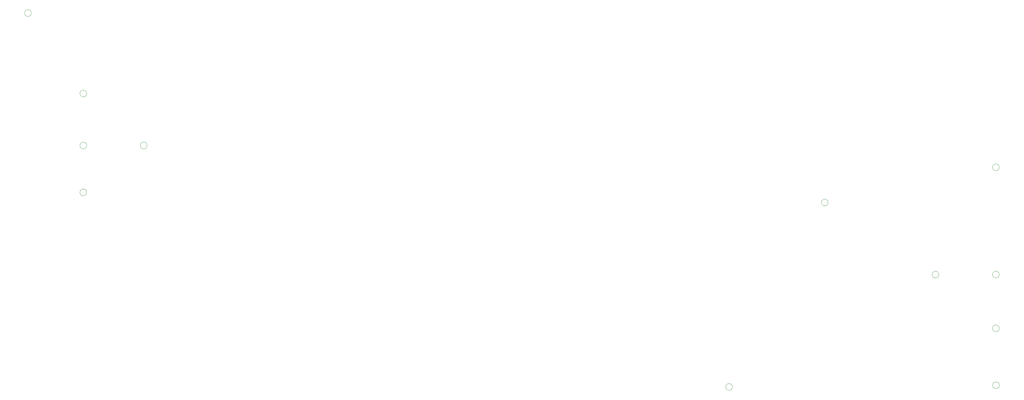
<source format=gbo>
G04 #@! TF.GenerationSoftware,KiCad,Pcbnew,(6.0.0)*
G04 #@! TF.CreationDate,2022-08-19T12:31:47+02:00*
G04 #@! TF.ProjectId,Block Schematic Munin 400,426c6f63-6b20-4536-9368-656d61746963,rev?*
G04 #@! TF.SameCoordinates,Original*
G04 #@! TF.FileFunction,Legend,Bot*
G04 #@! TF.FilePolarity,Positive*
%FSLAX46Y46*%
G04 Gerber Fmt 4.6, Leading zero omitted, Abs format (unit mm)*
G04 Created by KiCad (PCBNEW (6.0.0)) date 2022-08-19 12:31:47*
%MOMM*%
%LPD*%
G01*
G04 APERTURE LIST*
%ADD10C,0.120000*%
%ADD11C,0.150000*%
%ADD12C,0.500000*%
G04 APERTURE END LIST*
D10*
X47270001Y-62260000D02*
G75*
G03*
X47270001Y-62260000I-1006231J0D01*
G01*
X319320001Y-149260000D02*
G75*
G03*
X319320001Y-149260000I-1006231J0D01*
G01*
X319270001Y-84260000D02*
G75*
G03*
X319270001Y-84260000I-1006231J0D01*
G01*
X319270001Y-116260000D02*
G75*
G03*
X319270001Y-116260000I-1006231J0D01*
G01*
X65270001Y-77760000D02*
G75*
G03*
X65270001Y-77760000I-1006231J0D01*
G01*
X30770001Y-38260000D02*
G75*
G03*
X30770001Y-38260000I-1006231J0D01*
G01*
X47270001Y-91760000D02*
G75*
G03*
X47270001Y-91760000I-1006231J0D01*
G01*
X268270001Y-94760000D02*
G75*
G03*
X268270001Y-94760000I-1006231J0D01*
G01*
X239770001Y-149760000D02*
G75*
G03*
X239770001Y-149760000I-1006231J0D01*
G01*
X47270001Y-77760000D02*
G75*
G03*
X47270001Y-77760000I-1006231J0D01*
G01*
X319270001Y-132310000D02*
G75*
G03*
X319270001Y-132310000I-1006231J0D01*
G01*
X301276231Y-116260000D02*
G75*
G03*
X301276231Y-116260000I-1006231J0D01*
G01*
%LPC*%
D11*
X271443438Y110009984D02*
X271442976Y109533794D01*
X271919121Y109485713D01*
X271871548Y109533379D01*
X271824021Y109628663D01*
X271824252Y109866758D01*
X271871963Y109961950D01*
X271919628Y110009523D01*
X272014913Y110057049D01*
X272253008Y110056818D01*
X272348200Y110009107D01*
X272395772Y109961442D01*
X272443299Y109866158D01*
X272443068Y109628063D01*
X272395357Y109532871D01*
X272347692Y109485298D01*
X272444407Y111009014D02*
X272443853Y110437586D01*
X272444130Y110723300D02*
X271444131Y110724270D01*
X271586895Y110628893D01*
X271682041Y110533563D01*
X271729568Y110438278D01*
X272349585Y111437678D02*
X272397250Y111485251D01*
X272444823Y111437585D01*
X272397158Y111390013D01*
X272349585Y111437678D01*
X272444823Y111437585D01*
X271445747Y112390936D02*
X271445285Y111914745D01*
X271921429Y111866665D01*
X271873856Y111914330D01*
X271826329Y112009614D01*
X271826560Y112247709D01*
X271874272Y112342901D01*
X271921937Y112390474D01*
X272017221Y112438001D01*
X272255316Y112437770D01*
X272350508Y112390058D01*
X272398081Y112342393D01*
X272445608Y112247109D01*
X272445377Y112009014D01*
X272397665Y111913822D01*
X272350000Y111866249D01*
X271446116Y112771888D02*
X271446762Y113438554D01*
X272446346Y113009013D01*
X271447316Y114009982D02*
X271447409Y114105220D01*
X271495120Y114200412D01*
X271542785Y114247985D01*
X271638069Y114295512D01*
X271828592Y114342946D01*
X272066687Y114342715D01*
X272257117Y114294912D01*
X272352309Y114247200D01*
X272399882Y114199535D01*
X272447408Y114104251D01*
X272447316Y114009013D01*
X272399605Y113913821D01*
X272351939Y113866248D01*
X272256655Y113818721D01*
X272066133Y113771287D01*
X271828038Y113771518D01*
X271637608Y113819322D01*
X271542416Y113867033D01*
X271494843Y113914698D01*
X271447316Y114009982D01*
X271448240Y114962363D02*
X271448332Y115057601D01*
X271496043Y115152793D01*
X271543709Y115200366D01*
X271638993Y115247892D01*
X271829515Y115295327D01*
X272067610Y115295096D01*
X272258040Y115247292D01*
X272353232Y115199581D01*
X272400805Y115151916D01*
X272448332Y115056631D01*
X272448239Y114961393D01*
X272400528Y114866201D01*
X272352863Y114818629D01*
X272257579Y114771102D01*
X272067056Y114723668D01*
X271828961Y114723898D01*
X271638531Y114771702D01*
X271543339Y114819413D01*
X271495766Y114867079D01*
X271448240Y114962363D01*
X272449717Y116485202D02*
X271783050Y116485849D01*
X271878288Y116485756D02*
X271830716Y116533421D01*
X271783189Y116628706D01*
X271783327Y116771563D01*
X271831039Y116866755D01*
X271926323Y116914281D01*
X272450132Y116913773D01*
X271926323Y116914281D02*
X271831131Y116961993D01*
X271783604Y117057277D01*
X271783743Y117200134D01*
X271831454Y117295326D01*
X271926738Y117342852D01*
X272450548Y117342345D01*
X272451009Y117818535D02*
X271784343Y117819181D01*
X271879581Y117819089D02*
X271832008Y117866754D01*
X271784482Y117962038D01*
X271784620Y118104895D01*
X271832331Y118200087D01*
X271927616Y118247614D01*
X272451425Y118247106D01*
X271927616Y118247614D02*
X271832424Y118295325D01*
X271784897Y118390610D01*
X271785036Y118533467D01*
X271832747Y118628658D01*
X271928031Y118676185D01*
X272451840Y118675677D01*
X272200000Y139889515D02*
X273756447Y139888006D01*
X272150000Y88319515D02*
X273706447Y88318006D01*
X273170027Y139888575D02*
X273150248Y119488096D01*
X273139806Y108719053D02*
X273120027Y88318575D01*
X273170027Y139888575D02*
X272582514Y138762640D01*
X273170027Y139888575D02*
X273755355Y138761503D01*
X273120027Y88318575D02*
X273707540Y89444510D01*
X273120027Y88318575D02*
X272534699Y89445647D01*
D12*
X195700000Y-127450000D03*
X194950000Y-125950000D03*
X196450000Y-125950000D03*
X196450000Y-127450000D03*
X194950000Y-127450000D03*
X195700000Y-125950000D03*
X232050000Y-75950000D03*
X233550000Y-75950000D03*
X233550000Y-77450000D03*
X233550000Y-76700000D03*
X232050000Y-76700000D03*
X232050000Y-77450000D03*
X76150000Y-77350000D03*
X77650000Y-75850000D03*
X77650000Y-77350000D03*
X76150000Y-75850000D03*
X76150000Y-76600000D03*
X77650000Y-76600000D03*
X104050000Y-37050000D03*
X104050000Y-38550000D03*
X102550000Y-37050000D03*
X103300000Y-38550000D03*
X103300000Y-37050000D03*
X102550000Y-38550000D03*
X195600000Y-38550000D03*
X195600000Y-37050000D03*
X194850000Y-37050000D03*
X194850000Y-38550000D03*
X196350000Y-38550000D03*
X196350000Y-37050000D03*
X103550000Y-127450000D03*
X102050000Y-125950000D03*
X102050000Y-127450000D03*
X103550000Y-125950000D03*
X102800000Y-127450000D03*
X102800000Y-125950000D03*
M02*

</source>
